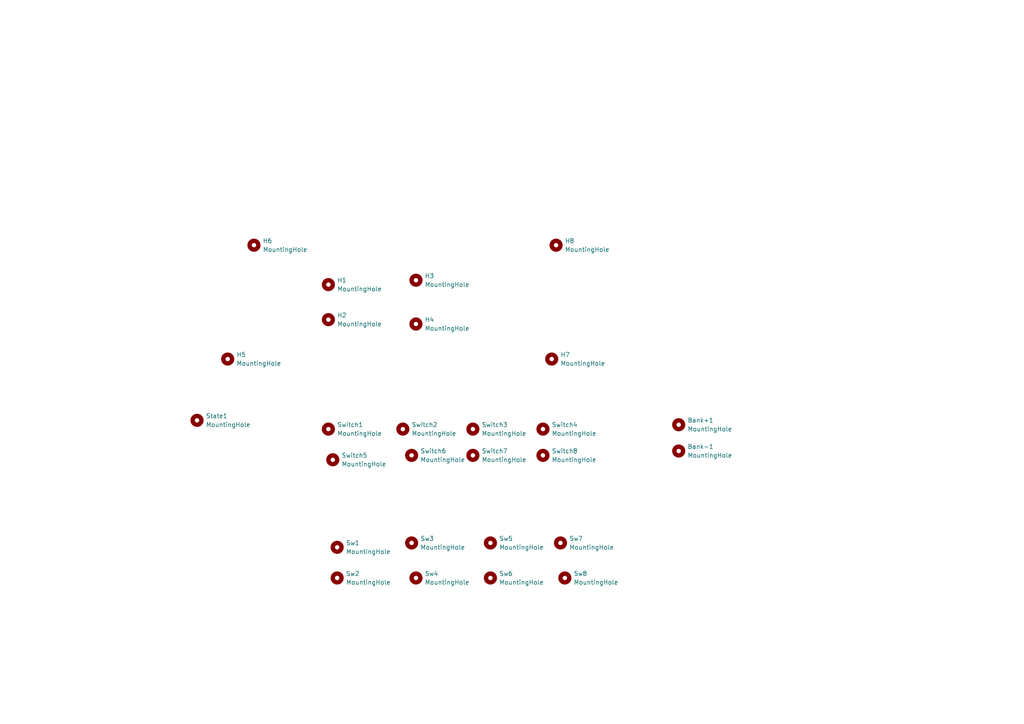
<source format=kicad_sch>
(kicad_sch (version 20211123) (generator eeschema)
  (paper "A4")
  (lib_symbols
    (symbol "Mechanical:MountingHole" (pin_names (offset 1.016))
      (property "Reference" "H" (at 0 5.08 0))
      (property "Value" "MountingHole" (at 0 3.175 0))
      (symbol "MountingHole_0_1"
        (circle (center 0 0) (radius 1.27) (stroke (width 1.27)))
      )
    )
  )
  (symbol (lib_id "Mechanical:MountingHole") (at 96.52 133.35 0) (unit 1)
    (property "Reference" "Switch5" (at 99.06 132.0799 0) (effects (justify left)))
    (property "Value" "MountingHole" (at 99.06 134.6199 0) (effects (justify left)))
    (property "Footprint" "Holes:FootSwitchHoles" (effects hide))
  )
  (symbol (lib_id "Mechanical:MountingHole") (at 119.38 157.48 0) (unit 1)
    (property "Reference" "Sw3" (at 121.92 156.2099 0) (effects (justify left)))
    (property "Value" "MountingHole" (at 121.92 158.7499 0) (effects (justify left)))
    (property "Footprint" "Holes:Hole_LED_3mm" (effects hide))
  )
  (symbol (lib_id "Mechanical:MountingHole") (at 157.48 124.46 0) (unit 1)
    (property "Reference" "Switch4" (at 160.02 123.1899 0) (effects (justify left)))
    (property "Value" "MountingHole" (at 160.02 125.7299 0) (effects (justify left)))
    (property "Footprint" "Holes:FootSwitchHoles" (effects hide))
  )
  (symbol (lib_id "Mechanical:MountingHole") (at 163.83 167.64 0) (unit 1)
    (property "Reference" "Sw8" (at 166.37 166.3699 0) (effects (justify left)))
    (property "Value" "MountingHole" (at 166.37 168.9099 0) (effects (justify left)))
    (property "Footprint" "Holes:Hole_LED_3mm" (effects hide))
  )
  (symbol (lib_id "Mechanical:MountingHole") (at 57.15 121.92 0) (unit 1)
    (property "Reference" "State1" (at 59.69 120.6499 0) (effects (justify left)))
    (property "Value" "MountingHole" (at 59.69 123.1899 0) (effects (justify left)))
    (property "Footprint" "Holes:Hole_LED_3mm" (effects hide))
  )
  (symbol (lib_id "Mechanical:MountingHole") (at 95.25 92.71 0) (unit 1)
    (property "Reference" "H2" (at 97.79 91.4399 0) (effects (justify left)))
    (property "Value" "MountingHole" (at 97.79 93.9799 0) (effects (justify left)))
    (property "Footprint" "MountingHole:MountingHole_3.2mm_M3" (effects hide))
  )
  (symbol (lib_id "Mechanical:MountingHole") (at 119.38 132.08 0) (unit 1)
    (property "Reference" "Switch6" (at 121.92 130.8099 0) (effects (justify left)))
    (property "Value" "MountingHole" (at 121.92 133.3499 0) (effects (justify left)))
    (property "Footprint" "Holes:FootSwitchHoles" (effects hide))
  )
  (symbol (lib_id "Mechanical:MountingHole") (at 196.85 123.19 0) (unit 1)
    (property "Reference" "Bank+1" (at 199.39 121.9199 0) (effects (justify left)))
    (property "Value" "MountingHole" (at 199.39 124.4599 0) (effects (justify left)))
    (property "Footprint" "Holes:FootSwitchHoles" (effects hide))
  )
  (symbol (lib_id "Mechanical:MountingHole") (at 142.24 167.64 0) (unit 1)
    (property "Reference" "Sw6" (at 144.78 166.3699 0) (effects (justify left)))
    (property "Value" "MountingHole" (at 144.78 168.9099 0) (effects (justify left)))
    (property "Footprint" "Holes:Hole_LED_3mm" (effects hide))
  )
  (symbol (lib_id "Mechanical:MountingHole") (at 116.84 124.46 0) (unit 1)
    (property "Reference" "Switch2" (at 119.38 123.1899 0) (effects (justify left)))
    (property "Value" "MountingHole" (at 119.38 125.7299 0) (effects (justify left)))
    (property "Footprint" "Holes:FootSwitchHoles" (effects hide))
  )
  (symbol (lib_id "Mechanical:MountingHole") (at 137.16 124.46 0) (unit 1)
    (property "Reference" "Switch3" (at 139.7 123.1899 0) (effects (justify left)))
    (property "Value" "MountingHole" (at 139.7 125.7299 0) (effects (justify left)))
    (property "Footprint" "Holes:FootSwitchHoles" (effects hide))
  )
  (symbol (lib_id "Mechanical:MountingHole") (at 162.56 157.48 0) (unit 1)
    (property "Reference" "Sw7" (at 165.1 156.2099 0) (effects (justify left)))
    (property "Value" "MountingHole" (at 165.1 158.7499 0) (effects (justify left)))
    (property "Footprint" "Holes:Hole_LED_3mm" (effects hide))
  )
  (symbol (lib_id "Mechanical:MountingHole") (at 160.02 104.14 0) (unit 1)
    (property "Reference" "H7" (at 162.56 102.8699 0) (effects (justify left)))
    (property "Value" "MountingHole" (at 162.56 105.4099 0) (effects (justify left)))
    (property "Footprint" "MountingHole:MountingHole_3.2mm_M3" (effects hide))
  )
  (symbol (lib_id "Mechanical:MountingHole") (at 142.24 157.48 0) (unit 1)
    (property "Reference" "Sw5" (at 144.78 156.2099 0) (effects (justify left)))
    (property "Value" "MountingHole" (at 144.78 158.7499 0) (effects (justify left)))
    (property "Footprint" "Holes:Hole_LED_3mm" (effects hide))
  )
  (symbol (lib_id "Mechanical:MountingHole") (at 161.29 71.12 0) (unit 1)
    (property "Reference" "H8" (at 163.83 69.8499 0) (effects (justify left)))
    (property "Value" "MountingHole" (at 163.83 72.3899 0) (effects (justify left)))
    (property "Footprint" "MountingHole:MountingHole_3.2mm_M3" (effects hide))
  )
  (symbol (lib_id "Mechanical:MountingHole") (at 95.25 124.46 0) (unit 1)
    (property "Reference" "Switch1" (at 97.79 123.1899 0) (effects (justify left)))
    (property "Value" "MountingHole" (at 97.79 125.7299 0) (effects (justify left)))
    (property "Footprint" "Holes:FootSwitchHoles" (effects hide))
  )
  (symbol (lib_id "Mechanical:MountingHole") (at 97.79 158.75 0) (unit 1)
    (property "Reference" "Sw1" (at 100.33 157.4799 0) (effects (justify left)))
    (property "Value" "MountingHole" (at 100.33 160.0199 0) (effects (justify left)))
    (property "Footprint" "Holes:Hole_LED_3mm" (effects hide))
  )
  (symbol (lib_id "Mechanical:MountingHole") (at 196.85 130.81 0) (unit 1)
    (property "Reference" "Bank-1" (at 199.39 129.5399 0) (effects (justify left)))
    (property "Value" "MountingHole" (at 199.39 132.0799 0) (effects (justify left)))
    (property "Footprint" "Holes:FootSwitchHoles" (effects hide))
  )
  (symbol (lib_id "Mechanical:MountingHole") (at 66.04 104.14 0) (unit 1)
    (property "Reference" "H5" (at 68.58 102.8699 0) (effects (justify left)))
    (property "Value" "MountingHole" (at 68.58 105.4099 0) (effects (justify left)))
    (property "Footprint" "MountingHole:MountingHole_3.2mm_M3" (effects hide))
  )
  (symbol (lib_id "Mechanical:MountingHole") (at 137.16 132.08 0) (unit 1)
    (property "Reference" "Switch7" (at 139.7 130.8099 0) (effects (justify left)))
    (property "Value" "MountingHole" (at 139.7 133.3499 0) (effects (justify left)))
    (property "Footprint" "Holes:FootSwitchHoles" (effects hide))
  )
  (symbol (lib_id "Mechanical:MountingHole") (at 120.65 167.64 0) (unit 1)
    (property "Reference" "Sw4" (at 123.19 166.3699 0) (effects (justify left)))
    (property "Value" "MountingHole" (at 123.19 168.9099 0) (effects (justify left)))
    (property "Footprint" "Holes:Hole_LED_3mm" (effects hide))
  )
  (symbol (lib_id "Mechanical:MountingHole") (at 120.65 93.98 0) (unit 1)
    (property "Reference" "H4" (at 123.19 92.7099 0) (effects (justify left)))
    (property "Value" "MountingHole" (at 123.19 95.2499 0) (effects (justify left)))
    (property "Footprint" "MountingHole:MountingHole_3.2mm_M3" (effects hide))
  )
  (symbol (lib_id "Mechanical:MountingHole") (at 157.48 132.08 0) (unit 1)
    (property "Reference" "Switch8" (at 160.02 130.8099 0) (effects (justify left)))
    (property "Value" "MountingHole" (at 160.02 133.3499 0) (effects (justify left)))
    (property "Footprint" "Holes:FootSwitchHoles" (effects hide))
  )
  (symbol (lib_id "Mechanical:MountingHole") (at 95.25 82.55 0) (unit 1)
    (property "Reference" "H1" (at 97.79 81.2799 0) (effects (justify left)))
    (property "Value" "MountingHole" (at 97.79 83.8199 0) (effects (justify left)))
    (property "Footprint" "MountingHole:MountingHole_3.2mm_M3" (effects hide))
  )
  (symbol (lib_id "Mechanical:MountingHole") (at 120.65 81.28 0) (unit 1)
    (property "Reference" "H3" (at 123.19 80.0099 0) (effects (justify left)))
    (property "Value" "MountingHole" (at 123.19 82.5499 0) (effects (justify left)))
    (property "Footprint" "MountingHole:MountingHole_3.2mm_M3" (effects hide))
  )
  (symbol (lib_id "Mechanical:MountingHole") (at 97.79 167.64 0) (unit 1)
    (property "Reference" "Sw2" (at 100.33 166.3699 0) (effects (justify left)))
    (property "Value" "MountingHole" (at 100.33 168.9099 0) (effects (justify left)))
    (property "Footprint" "Holes:Hole_LED_3mm" (effects hide))
  )
  (symbol (lib_id "Mechanical:MountingHole") (at 73.66 71.12 0) (unit 1)
    (property "Reference" "H6" (at 76.2 69.8499 0) (effects (justify left)))
    (property "Value" "MountingHole" (at 76.2 72.3899 0) (effects (justify left)))
    (property "Footprint" "MountingHole:MountingHole_3.2mm_M3" (effects hide))
  )
)
</source>
